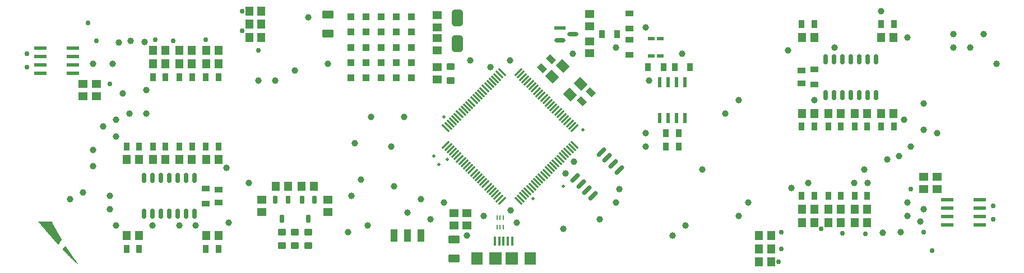
<source format=gtp>
G04*
G04 #@! TF.GenerationSoftware,Altium Limited,Altium Designer,24.2.2 (26)*
G04*
G04 Layer_Color=8421504*
%FSLAX44Y44*%
%MOMM*%
G71*
G04*
G04 #@! TF.SameCoordinates,A862A385-CF78-4CD3-9DD8-6C5939F40788*
G04*
G04*
G04 #@! TF.FilePolarity,Positive*
G04*
G01*
G75*
%ADD17C,0.5000*%
%ADD18C,1.0000*%
%ADD19C,0.7500*%
%ADD20R,1.1500X1.3500*%
G04:AMPARAMS|DCode=21|XSize=1.7mm|YSize=2.5mm|CornerRadius=0.425mm|HoleSize=0mm|Usage=FLASHONLY|Rotation=180.000|XOffset=0mm|YOffset=0mm|HoleType=Round|Shape=RoundedRectangle|*
%AMROUNDEDRECTD21*
21,1,1.7000,1.6500,0,0,180.0*
21,1,0.8500,2.5000,0,0,180.0*
1,1,0.8500,-0.4250,0.8250*
1,1,0.8500,0.4250,0.8250*
1,1,0.8500,0.4250,-0.8250*
1,1,0.8500,-0.4250,-0.8250*
%
%ADD21ROUNDEDRECTD21*%
%ADD22R,1.3500X1.1500*%
G04:AMPARAMS|DCode=23|XSize=0.75mm|YSize=0.25mm|CornerRadius=0.01mm|HoleSize=0mm|Usage=FLASHONLY|Rotation=90.000|XOffset=0mm|YOffset=0mm|HoleType=Round|Shape=RoundedRectangle|*
%AMROUNDEDRECTD23*
21,1,0.7500,0.2300,0,0,90.0*
21,1,0.7300,0.2500,0,0,90.0*
1,1,0.0200,0.1150,0.3650*
1,1,0.0200,0.1150,-0.3650*
1,1,0.0200,-0.1150,-0.3650*
1,1,0.0200,-0.1150,0.3650*
%
%ADD23ROUNDEDRECTD23*%
G04:AMPARAMS|DCode=24|XSize=1.6mm|YSize=1.4mm|CornerRadius=0mm|HoleSize=0mm|Usage=FLASHONLY|Rotation=315.000|XOffset=0mm|YOffset=0mm|HoleType=Round|Shape=Rectangle|*
%AMROTATEDRECTD24*
4,1,4,-1.0607,0.0707,-0.0707,1.0607,1.0607,-0.0707,0.0707,-1.0607,-1.0607,0.0707,0.0*
%
%ADD24ROTATEDRECTD24*%

%ADD25R,0.4000X1.3500*%
%ADD26R,1.8000X1.9000*%
%ADD27R,1.9000X1.9000*%
%ADD28R,1.9812X0.5588*%
G04:AMPARAMS|DCode=29|XSize=0.6mm|YSize=1.45mm|CornerRadius=0.15mm|HoleSize=0mm|Usage=FLASHONLY|Rotation=180.000|XOffset=0mm|YOffset=0mm|HoleType=Round|Shape=RoundedRectangle|*
%AMROUNDEDRECTD29*
21,1,0.6000,1.1500,0,0,180.0*
21,1,0.3000,1.4500,0,0,180.0*
1,1,0.3000,-0.1500,0.5750*
1,1,0.3000,0.1500,0.5750*
1,1,0.3000,0.1500,-0.5750*
1,1,0.3000,-0.1500,-0.5750*
%
%ADD29ROUNDEDRECTD29*%
%ADD30R,0.6000X1.5500*%
G04:AMPARAMS|DCode=31|XSize=0.65mm|YSize=1.7mm|CornerRadius=0.1625mm|HoleSize=0mm|Usage=FLASHONLY|Rotation=315.000|XOffset=0mm|YOffset=0mm|HoleType=Round|Shape=RoundedRectangle|*
%AMROUNDEDRECTD31*
21,1,0.6500,1.3750,0,0,315.0*
21,1,0.3250,1.7000,0,0,315.0*
1,1,0.3250,-0.3712,-0.6010*
1,1,0.3250,-0.6010,-0.3712*
1,1,0.3250,0.3712,0.6010*
1,1,0.3250,0.6010,0.3712*
%
%ADD31ROUNDEDRECTD31*%
G04:AMPARAMS|DCode=32|XSize=1.475mm|YSize=0.3mm|CornerRadius=0mm|HoleSize=0mm|Usage=FLASHONLY|Rotation=315.000|XOffset=0mm|YOffset=0mm|HoleType=Round|Shape=Rectangle|*
%AMROTATEDRECTD32*
4,1,4,-0.6276,0.4154,-0.4154,0.6276,0.6276,-0.4154,0.4154,-0.6276,-0.6276,0.4154,0.0*
%
%ADD32ROTATEDRECTD32*%

G04:AMPARAMS|DCode=33|XSize=1.475mm|YSize=0.3mm|CornerRadius=0mm|HoleSize=0mm|Usage=FLASHONLY|Rotation=225.000|XOffset=0mm|YOffset=0mm|HoleType=Round|Shape=Rectangle|*
%AMROTATEDRECTD33*
4,1,4,0.4154,0.6276,0.6276,0.4154,-0.4154,-0.6276,-0.6276,-0.4154,0.4154,0.6276,0.0*
%
%ADD33ROTATEDRECTD33*%

%ADD34O,1.7000X0.6000*%
%ADD35R,1.7000X0.6000*%
G04:AMPARAMS|DCode=36|XSize=0.65mm|YSize=1.25mm|CornerRadius=0.1625mm|HoleSize=0mm|Usage=FLASHONLY|Rotation=0.000|XOffset=0mm|YOffset=0mm|HoleType=Round|Shape=RoundedRectangle|*
%AMROUNDEDRECTD36*
21,1,0.6500,0.9250,0,0,0.0*
21,1,0.3250,1.2500,0,0,0.0*
1,1,0.3250,0.1625,-0.4625*
1,1,0.3250,-0.1625,-0.4625*
1,1,0.3250,-0.1625,0.4625*
1,1,0.3250,0.1625,0.4625*
%
%ADD36ROUNDEDRECTD36*%
%ADD37R,1.1000X0.6000*%
G04:AMPARAMS|DCode=38|XSize=1.75mm|YSize=1.25mm|CornerRadius=0.3125mm|HoleSize=0mm|Usage=FLASHONLY|Rotation=180.000|XOffset=0mm|YOffset=0mm|HoleType=Round|Shape=RoundedRectangle|*
%AMROUNDEDRECTD38*
21,1,1.7500,0.6250,0,0,180.0*
21,1,1.1250,1.2500,0,0,180.0*
1,1,0.6250,-0.5625,0.3125*
1,1,0.6250,0.5625,0.3125*
1,1,0.6250,0.5625,-0.3125*
1,1,0.6250,-0.5625,-0.3125*
%
%ADD38ROUNDEDRECTD38*%
%ADD39R,1.0000X1.9000*%
%ADD40R,1.1000X1.1000*%
G04:AMPARAMS|DCode=41|XSize=1.2mm|YSize=1.1mm|CornerRadius=0.275mm|HoleSize=0mm|Usage=FLASHONLY|Rotation=0.000|XOffset=0mm|YOffset=0mm|HoleType=Round|Shape=RoundedRectangle|*
%AMROUNDEDRECTD41*
21,1,1.2000,0.5500,0,0,0.0*
21,1,0.6500,1.1000,0,0,0.0*
1,1,0.5500,0.3250,-0.2750*
1,1,0.5500,-0.3250,-0.2750*
1,1,0.5500,-0.3250,0.2750*
1,1,0.5500,0.3250,0.2750*
%
%ADD41ROUNDEDRECTD41*%
%ADD42R,0.9000X1.3000*%
%ADD43R,1.3000X0.9000*%
G04:AMPARAMS|DCode=44|XSize=0.9mm|YSize=1.3mm|CornerRadius=0mm|HoleSize=0mm|Usage=FLASHONLY|Rotation=225.000|XOffset=0mm|YOffset=0mm|HoleType=Round|Shape=Rectangle|*
%AMROTATEDRECTD44*
4,1,4,-0.1414,0.7778,0.7778,-0.1414,0.1414,-0.7778,-0.7778,0.1414,-0.1414,0.7778,0.0*
%
%ADD44ROTATEDRECTD44*%

G36*
X78763Y134031D02*
X78996D01*
Y133798D01*
X79230D01*
Y133565D01*
X78996D01*
Y133331D01*
X79230D01*
Y133098D01*
X79463D01*
Y132865D01*
X79696D01*
Y132631D01*
X79930D01*
Y132398D01*
X80163D01*
Y132164D01*
X79930D01*
Y132398D01*
X79696D01*
Y132164D01*
X79930D01*
Y131931D01*
X80163D01*
Y131698D01*
X80397D01*
Y131464D01*
X80630D01*
Y131231D01*
X80397D01*
Y130997D01*
X80863D01*
Y130764D01*
Y130531D01*
X81097D01*
Y130297D01*
X81330D01*
Y130064D01*
X81563D01*
Y129831D01*
X81330D01*
Y129597D01*
X81563D01*
Y129364D01*
X81797D01*
Y129131D01*
X82030D01*
Y128897D01*
X82264D01*
Y128664D01*
X82497D01*
Y128430D01*
X82264D01*
Y128197D01*
X82497D01*
Y127964D01*
X82730D01*
Y127730D01*
X82964D01*
Y127497D01*
X83197D01*
Y127264D01*
X83430D01*
Y127030D01*
X83197D01*
Y126797D01*
X83430D01*
Y126563D01*
X83664D01*
Y126330D01*
X83897D01*
Y126097D01*
X84131D01*
Y125863D01*
X84364D01*
Y125630D01*
X84131D01*
Y125396D01*
X84364D01*
Y125163D01*
X84597D01*
Y124930D01*
X84831D01*
Y124696D01*
X85064D01*
Y124463D01*
X85297D01*
Y124230D01*
X85064D01*
Y123996D01*
X85297D01*
Y123763D01*
X85531D01*
Y123530D01*
X85764D01*
Y123296D01*
X85997D01*
Y123063D01*
X86231D01*
Y122829D01*
X85997D01*
Y122596D01*
X86464D01*
Y122363D01*
Y122129D01*
X86698D01*
Y121896D01*
X86931D01*
Y121663D01*
X87164D01*
Y121429D01*
Y121196D01*
Y120962D01*
X87398D01*
Y120729D01*
X87631D01*
Y120496D01*
X87865D01*
Y120262D01*
X88098D01*
Y120029D01*
X87865D01*
Y119796D01*
X88565D01*
Y119562D01*
X88331D01*
Y119329D01*
X88565D01*
Y119095D01*
X88798D01*
Y118862D01*
X89031D01*
Y118629D01*
X89265D01*
Y118395D01*
X89498D01*
Y118162D01*
X89265D01*
Y117929D01*
X89498D01*
Y117695D01*
X89732D01*
Y117462D01*
X89965D01*
Y117228D01*
X90198D01*
Y116995D01*
X90432D01*
Y116762D01*
X90665D01*
Y116528D01*
X90898D01*
Y116295D01*
X90665D01*
Y116062D01*
X90898D01*
Y115828D01*
X91132D01*
Y115595D01*
X91365D01*
Y115361D01*
X91599D01*
Y115128D01*
X91832D01*
Y114895D01*
X92065D01*
Y114661D01*
X92299D01*
Y114428D01*
X92065D01*
Y114661D01*
X91832D01*
Y114428D01*
X92065D01*
Y114195D01*
X92299D01*
Y113961D01*
X92532D01*
Y113728D01*
X92765D01*
Y113495D01*
X92999D01*
Y113261D01*
X93232D01*
Y113028D01*
X92999D01*
Y112794D01*
X93465D01*
Y112561D01*
Y112328D01*
X93699D01*
Y112094D01*
X93932D01*
Y111861D01*
X94166D01*
Y111628D01*
X94399D01*
Y111394D01*
X94632D01*
Y111161D01*
X94399D01*
Y110927D01*
X94632D01*
Y110694D01*
X94866D01*
Y110461D01*
X95099D01*
Y110227D01*
X95332D01*
Y109994D01*
X95566D01*
Y109761D01*
X95332D01*
Y109527D01*
X96033D01*
Y109294D01*
X95799D01*
Y109060D01*
X96033D01*
Y108827D01*
X96266D01*
Y108594D01*
X96499D01*
Y108360D01*
X96733D01*
Y108127D01*
X96966D01*
Y107893D01*
X96733D01*
Y108127D01*
X96499D01*
Y107893D01*
X96733D01*
Y107660D01*
X96966D01*
Y107427D01*
X96733D01*
Y107193D01*
X96966D01*
Y106960D01*
X96733D01*
Y107193D01*
X96499D01*
Y106960D01*
X96266D01*
Y107193D01*
X96033D01*
Y107427D01*
X95332D01*
Y107660D01*
X95566D01*
Y107893D01*
X94866D01*
Y108127D01*
X94632D01*
Y108360D01*
X94399D01*
Y108594D01*
X94166D01*
Y108827D01*
X93932D01*
Y109060D01*
X93699D01*
Y109294D01*
X93465D01*
Y109527D01*
X93232D01*
Y109761D01*
X92999D01*
Y109994D01*
X92765D01*
Y110227D01*
X92532D01*
Y110461D01*
X92299D01*
Y110694D01*
X92065D01*
Y110927D01*
X91832D01*
Y111161D01*
X91599D01*
Y111394D01*
X91365D01*
Y111628D01*
X91132D01*
Y111861D01*
X90898D01*
Y112094D01*
X90198D01*
Y112328D01*
X90432D01*
Y112561D01*
X89732D01*
Y112794D01*
X89498D01*
Y113028D01*
X89265D01*
Y113261D01*
X89498D01*
Y113495D01*
X88798D01*
Y113728D01*
X88565D01*
Y113961D01*
X88331D01*
Y114195D01*
X88098D01*
Y114428D01*
X87865D01*
Y114661D01*
X87631D01*
Y114895D01*
X87398D01*
Y115128D01*
X87164D01*
Y115361D01*
X86931D01*
Y115595D01*
X86698D01*
Y115828D01*
X86464D01*
Y116062D01*
X86231D01*
Y116295D01*
X85997D01*
Y116528D01*
X85764D01*
Y116762D01*
X85531D01*
Y116995D01*
X85297D01*
Y117228D01*
X85064D01*
Y117462D01*
X84831D01*
Y117695D01*
X84597D01*
Y117929D01*
X84364D01*
Y118162D01*
X84131D01*
Y118395D01*
X83897D01*
Y118629D01*
X83664D01*
Y118862D01*
X83430D01*
Y119095D01*
X83197D01*
Y119329D01*
X82964D01*
Y119562D01*
X82730D01*
Y119796D01*
X82497D01*
Y120029D01*
X82264D01*
Y120262D01*
X82030D01*
Y120496D01*
X81797D01*
Y120729D01*
Y120962D01*
X81330D01*
Y121196D01*
X81097D01*
Y121429D01*
X80863D01*
Y121663D01*
X81097D01*
Y121896D01*
X80397D01*
Y122129D01*
X80163D01*
Y122363D01*
X79930D01*
Y122596D01*
X80163D01*
Y122829D01*
X79463D01*
Y123063D01*
X79696D01*
Y123296D01*
X78996D01*
Y123530D01*
X79230D01*
Y123763D01*
X78530D01*
Y123996D01*
X78763D01*
Y124230D01*
X78063D01*
Y124463D01*
X78296D01*
Y124696D01*
X78063D01*
Y124930D01*
X77829D01*
Y125163D01*
X77596D01*
Y125396D01*
X77363D01*
Y125630D01*
X77129D01*
Y125863D01*
X76896D01*
Y126097D01*
X76663D01*
Y126330D01*
X76429D01*
Y126563D01*
X76196D01*
Y126797D01*
X75963D01*
Y127030D01*
X75729D01*
Y127264D01*
X75496D01*
Y127497D01*
X75262D01*
Y127730D01*
X75029D01*
Y127964D01*
X74796D01*
Y128197D01*
X74562D01*
Y128430D01*
X74329D01*
Y128664D01*
X74096D01*
Y128897D01*
X73862D01*
Y129131D01*
X74096D01*
Y129364D01*
X73862D01*
Y129597D01*
X74096D01*
Y129831D01*
X74329D01*
Y130064D01*
X74562D01*
Y130297D01*
X74796D01*
Y130064D01*
X75029D01*
Y130297D01*
X74796D01*
Y130531D01*
X75029D01*
Y130764D01*
X75262D01*
Y130997D01*
X75496D01*
Y131231D01*
X75729D01*
Y131464D01*
X75963D01*
Y131698D01*
X75729D01*
Y131931D01*
X75963D01*
Y131698D01*
X76196D01*
Y131931D01*
X76429D01*
Y132164D01*
X76663D01*
Y132398D01*
X76896D01*
Y132631D01*
X76663D01*
Y132865D01*
X76896D01*
Y132631D01*
X77129D01*
Y132865D01*
X77363D01*
Y133098D01*
X77596D01*
Y133331D01*
X77829D01*
Y133565D01*
X77596D01*
Y133798D01*
X77829D01*
Y133565D01*
X78063D01*
Y133798D01*
X78296D01*
Y134031D01*
X78530D01*
Y133798D01*
X78763D01*
Y134031D01*
X78530D01*
Y134265D01*
X78763D01*
Y134031D01*
D02*
G37*
G36*
X51225Y171371D02*
X51458D01*
Y171138D01*
X51691D01*
Y171371D01*
X51925D01*
Y171138D01*
X52158D01*
Y171371D01*
X52392D01*
Y171138D01*
X52625D01*
Y171371D01*
X52858D01*
Y171138D01*
X53092D01*
Y171371D01*
X53325D01*
Y171138D01*
X53559D01*
Y171371D01*
X53792D01*
Y171138D01*
X54025D01*
Y171371D01*
X54259D01*
Y171138D01*
X54492D01*
Y171371D01*
X54725D01*
Y171138D01*
X54959D01*
Y171371D01*
X55192D01*
Y171138D01*
X55426D01*
Y171371D01*
X55659D01*
Y171138D01*
X55892D01*
Y171371D01*
X56126D01*
Y171138D01*
X56359D01*
Y171371D01*
X56592D01*
Y171138D01*
X56826D01*
Y171371D01*
X57059D01*
Y171138D01*
X57759D01*
Y170905D01*
X57993D01*
Y170671D01*
X58226D01*
Y170438D01*
X57993D01*
Y170204D01*
X58226D01*
Y169971D01*
X58459D01*
Y169738D01*
X58693D01*
Y169504D01*
X58459D01*
Y169271D01*
X58693D01*
Y169037D01*
X58926D01*
Y168804D01*
X59159D01*
Y168571D01*
X58926D01*
Y168337D01*
X59159D01*
Y168104D01*
X59393D01*
Y167871D01*
X59626D01*
Y167637D01*
X59393D01*
Y167404D01*
X59626D01*
Y167171D01*
X59860D01*
Y166937D01*
X60093D01*
Y166704D01*
X59860D01*
Y166470D01*
X60326D01*
Y166237D01*
Y166004D01*
X60560D01*
Y165770D01*
X60793D01*
Y165537D01*
X61027D01*
Y165304D01*
X60793D01*
Y165070D01*
X61027D01*
Y164837D01*
X61260D01*
Y164603D01*
X61493D01*
Y164370D01*
X61260D01*
Y164137D01*
X61493D01*
Y163903D01*
X61727D01*
Y163670D01*
X61960D01*
Y163437D01*
X61727D01*
Y163203D01*
X61960D01*
Y162970D01*
X62193D01*
Y162736D01*
X62427D01*
Y162503D01*
X62193D01*
Y162270D01*
X62427D01*
Y162036D01*
X62660D01*
Y161803D01*
X62894D01*
Y161570D01*
X63127D01*
Y161336D01*
X63360D01*
Y161103D01*
X63127D01*
Y161336D01*
X62894D01*
Y161570D01*
X62660D01*
Y161336D01*
X62894D01*
Y161103D01*
X63127D01*
Y160870D01*
X63360D01*
Y160636D01*
X63127D01*
Y160403D01*
X63594D01*
Y160169D01*
Y159936D01*
X63827D01*
Y159703D01*
X64060D01*
Y159469D01*
X64294D01*
Y159236D01*
X64060D01*
Y159002D01*
X64294D01*
Y158769D01*
X64527D01*
Y158536D01*
X64760D01*
Y158302D01*
X64527D01*
Y158069D01*
X64760D01*
Y157836D01*
X64994D01*
Y157602D01*
X65227D01*
Y157369D01*
X64994D01*
Y157135D01*
X65227D01*
Y156902D01*
X65461D01*
Y156669D01*
X65694D01*
Y156435D01*
X65461D01*
Y156202D01*
X66161D01*
Y155969D01*
X65927D01*
Y155735D01*
X66161D01*
Y155502D01*
X66394D01*
Y155268D01*
X66627D01*
Y155035D01*
X66394D01*
Y154802D01*
X66627D01*
Y154568D01*
X66861D01*
Y154335D01*
X67094D01*
Y154102D01*
X66861D01*
Y153868D01*
X67094D01*
Y153635D01*
X67328D01*
Y153401D01*
X67561D01*
Y153168D01*
X67794D01*
Y152935D01*
X68028D01*
Y152701D01*
X67794D01*
Y152935D01*
X67561D01*
Y152701D01*
X67794D01*
Y152468D01*
X68028D01*
Y152235D01*
X68261D01*
Y152001D01*
X68495D01*
Y151768D01*
X68261D01*
Y151535D01*
X68495D01*
Y151301D01*
X68728D01*
Y151068D01*
X68961D01*
Y150834D01*
X68728D01*
Y150601D01*
X68961D01*
Y150368D01*
X69195D01*
Y150134D01*
X69428D01*
Y149901D01*
X69195D01*
Y149668D01*
X69661D01*
Y149434D01*
Y149201D01*
X69895D01*
Y148967D01*
X70128D01*
Y148734D01*
X70361D01*
Y148501D01*
X70128D01*
Y148267D01*
X70361D01*
Y148034D01*
X70595D01*
Y147801D01*
X70828D01*
Y147567D01*
X70595D01*
Y147334D01*
X70828D01*
Y147100D01*
X71062D01*
Y146867D01*
X71295D01*
Y146634D01*
X71528D01*
Y146400D01*
X71762D01*
Y146167D01*
X71528D01*
Y146400D01*
X71295D01*
Y146167D01*
X71528D01*
Y145934D01*
X71762D01*
Y145700D01*
X71995D01*
Y145467D01*
X72228D01*
Y145233D01*
X71995D01*
Y145000D01*
X72228D01*
Y144767D01*
X72462D01*
Y144533D01*
X72695D01*
Y144300D01*
X72462D01*
Y144066D01*
X72695D01*
Y143833D01*
X72462D01*
Y143600D01*
X72695D01*
Y143366D01*
X72462D01*
Y143600D01*
X72228D01*
Y143366D01*
X71995D01*
Y143133D01*
X72228D01*
Y142900D01*
X71995D01*
Y142666D01*
X71762D01*
Y142433D01*
X71528D01*
Y142199D01*
X71762D01*
Y141966D01*
X71528D01*
Y141733D01*
X71295D01*
Y141499D01*
X71062D01*
Y141266D01*
X70828D01*
Y141033D01*
X70595D01*
Y140799D01*
X70828D01*
Y140566D01*
X70128D01*
Y140332D01*
X70361D01*
Y140099D01*
X70128D01*
Y139866D01*
X69895D01*
Y139632D01*
X69661D01*
Y139399D01*
X69895D01*
Y139166D01*
X69661D01*
Y138932D01*
X69428D01*
Y138699D01*
X69195D01*
Y138465D01*
X69428D01*
Y138232D01*
X69195D01*
Y138465D01*
X68961D01*
Y138232D01*
X68728D01*
Y137999D01*
X68961D01*
Y137765D01*
X68261D01*
Y137532D01*
X68495D01*
Y137299D01*
X68261D01*
Y137065D01*
X68028D01*
Y136832D01*
X67794D01*
Y136599D01*
X67561D01*
Y136365D01*
X67328D01*
Y136132D01*
X67094D01*
Y136365D01*
X66861D01*
Y136599D01*
X66627D01*
Y136832D01*
X66394D01*
Y137065D01*
X66161D01*
Y137299D01*
X65927D01*
Y137532D01*
X66161D01*
Y137765D01*
X65927D01*
Y137999D01*
X65694D01*
Y138232D01*
X65461D01*
Y138465D01*
X65227D01*
Y138699D01*
X64994D01*
Y138932D01*
X64760D01*
Y139166D01*
X64527D01*
Y139399D01*
X64294D01*
Y139632D01*
X64060D01*
Y139866D01*
X63827D01*
Y140099D01*
X63594D01*
Y140332D01*
X63360D01*
Y140566D01*
X63127D01*
Y140799D01*
X62894D01*
Y141033D01*
X62660D01*
Y141266D01*
X62894D01*
Y141499D01*
X62193D01*
Y141733D01*
X62427D01*
Y141966D01*
X61727D01*
Y142199D01*
X61960D01*
Y142433D01*
X61727D01*
Y142666D01*
X61493D01*
Y142900D01*
X61260D01*
Y143133D01*
X61027D01*
Y143366D01*
X60793D01*
Y143600D01*
X60560D01*
Y143833D01*
X60326D01*
Y144066D01*
X60560D01*
Y144300D01*
X60326D01*
Y144533D01*
X60093D01*
Y144767D01*
X59860D01*
Y145000D01*
X59626D01*
Y145233D01*
X59393D01*
Y145467D01*
X59159D01*
Y145700D01*
X58926D01*
Y145934D01*
X58693D01*
Y146167D01*
X58459D01*
Y146400D01*
X58226D01*
Y146634D01*
X57993D01*
Y146867D01*
X57759D01*
Y147100D01*
X57526D01*
Y147334D01*
X57292D01*
Y147567D01*
X57059D01*
Y147801D01*
X57292D01*
Y148034D01*
X56592D01*
Y148267D01*
X56826D01*
Y148501D01*
X56126D01*
Y148734D01*
X56359D01*
Y148967D01*
X56126D01*
Y149201D01*
X55892D01*
Y149434D01*
X55659D01*
Y149668D01*
X55426D01*
Y149901D01*
X55192D01*
Y150134D01*
X54959D01*
Y150368D01*
X54725D01*
Y150601D01*
X54492D01*
Y150834D01*
X54259D01*
Y151068D01*
Y151301D01*
X53792D01*
Y151535D01*
X54025D01*
Y151768D01*
X53792D01*
Y152001D01*
X53559D01*
Y152235D01*
X53325D01*
Y152468D01*
X53092D01*
Y152701D01*
X52858D01*
Y152935D01*
X52625D01*
Y153168D01*
X52392D01*
Y153401D01*
X52158D01*
Y153635D01*
X51925D01*
Y153868D01*
X51691D01*
Y154102D01*
X51458D01*
Y154335D01*
X51225D01*
Y154568D01*
X50991D01*
Y154802D01*
X50758D01*
Y155035D01*
X50525D01*
Y155268D01*
X50758D01*
Y155502D01*
X50058D01*
Y155735D01*
X50291D01*
Y155969D01*
X49591D01*
Y156202D01*
X49825D01*
Y156435D01*
X49591D01*
Y156669D01*
X49358D01*
Y156902D01*
X49124D01*
Y157135D01*
X48891D01*
Y157369D01*
X48658D01*
Y157602D01*
X48424D01*
Y157836D01*
X48191D01*
Y158069D01*
X47958D01*
Y158302D01*
X47724D01*
Y158536D01*
X47491D01*
Y158769D01*
X47257D01*
Y159002D01*
X47491D01*
Y159236D01*
X47257D01*
Y159469D01*
X47024D01*
Y159703D01*
X46791D01*
Y159936D01*
X46557D01*
Y160169D01*
X46324D01*
Y160403D01*
X46090D01*
Y160636D01*
X45857D01*
Y160870D01*
X45624D01*
Y161103D01*
X45390D01*
Y161336D01*
X45157D01*
Y161570D01*
X44924D01*
Y161803D01*
X44690D01*
Y162036D01*
X44457D01*
Y162270D01*
X44224D01*
Y162503D01*
X43990D01*
Y162736D01*
X43757D01*
Y162970D01*
X43523D01*
Y163203D01*
X43757D01*
Y163437D01*
X43057D01*
Y163670D01*
X43290D01*
Y163903D01*
X43057D01*
Y164137D01*
X42823D01*
Y164370D01*
X42590D01*
Y164603D01*
X42357D01*
Y164837D01*
X42123D01*
Y165070D01*
X41890D01*
Y165304D01*
X41656D01*
Y165537D01*
Y165770D01*
X41190D01*
Y166004D01*
X41423D01*
Y166237D01*
X40723D01*
Y166470D01*
X40956D01*
Y166704D01*
X40723D01*
Y166937D01*
X40490D01*
Y167171D01*
X40256D01*
Y167404D01*
X40023D01*
Y167637D01*
X39790D01*
Y167871D01*
X39556D01*
Y168104D01*
X39323D01*
Y168337D01*
X39089D01*
Y168571D01*
X38856D01*
Y168804D01*
X38623D01*
Y169037D01*
X38389D01*
Y169271D01*
X38156D01*
Y169504D01*
X37922D01*
Y169738D01*
X37689D01*
Y169971D01*
X37456D01*
Y170204D01*
X37689D01*
Y170438D01*
X36989D01*
Y170671D01*
X37222D01*
Y170905D01*
X36989D01*
Y171138D01*
X36756D01*
Y171371D01*
X36989D01*
Y171605D01*
X37689D01*
Y171371D01*
X37922D01*
Y171605D01*
X38623D01*
Y171371D01*
X38856D01*
Y171605D01*
X39556D01*
Y171371D01*
X39790D01*
Y171605D01*
X40023D01*
Y171371D01*
X40256D01*
Y171138D01*
X40490D01*
Y171371D01*
X40256D01*
Y171605D01*
X40490D01*
Y171371D01*
X40723D01*
Y171605D01*
X40956D01*
Y171371D01*
X41190D01*
Y171138D01*
X41423D01*
Y171371D01*
X41190D01*
Y171605D01*
X41423D01*
Y171371D01*
X41656D01*
Y171605D01*
X41890D01*
Y171371D01*
X42123D01*
Y171138D01*
X42357D01*
Y171371D01*
X42123D01*
Y171605D01*
X42357D01*
Y171371D01*
X42590D01*
Y171605D01*
X42823D01*
Y171371D01*
X43057D01*
Y171138D01*
X43290D01*
Y171371D01*
X43057D01*
Y171605D01*
X43290D01*
Y171371D01*
X43523D01*
Y171605D01*
X43757D01*
Y171371D01*
X43990D01*
Y171138D01*
X44224D01*
Y171371D01*
X43990D01*
Y171605D01*
X44224D01*
Y171371D01*
X44457D01*
Y171605D01*
X44690D01*
Y171371D01*
X44924D01*
Y171138D01*
X45157D01*
Y171371D01*
X44924D01*
Y171605D01*
X45157D01*
Y171371D01*
X45390D01*
Y171605D01*
X45624D01*
Y171371D01*
X45857D01*
Y171138D01*
X46090D01*
Y171371D01*
X45857D01*
Y171605D01*
X46090D01*
Y171371D01*
X46324D01*
Y171138D01*
X46557D01*
Y171371D01*
X46324D01*
Y171605D01*
X46557D01*
Y171371D01*
X46791D01*
Y171138D01*
X47024D01*
Y171371D01*
X46791D01*
Y171605D01*
X47024D01*
Y171371D01*
X47257D01*
Y171138D01*
X47491D01*
Y171371D01*
X47257D01*
Y171605D01*
X47491D01*
Y171371D01*
X47724D01*
Y171138D01*
X47958D01*
Y171371D01*
X47724D01*
Y171605D01*
X47958D01*
Y171371D01*
X48191D01*
Y171138D01*
X48424D01*
Y171371D01*
X48191D01*
Y171605D01*
X48424D01*
Y171371D01*
X48658D01*
Y171138D01*
X48891D01*
Y171371D01*
X48658D01*
Y171605D01*
X48891D01*
Y171371D01*
X49124D01*
Y171138D01*
X49358D01*
Y171371D01*
X49124D01*
Y171605D01*
X49358D01*
Y171371D01*
X49591D01*
Y171138D01*
X49825D01*
Y171371D01*
X49591D01*
Y171605D01*
X49825D01*
Y171371D01*
X50058D01*
Y171138D01*
X50291D01*
Y171371D01*
X50058D01*
Y171605D01*
X50291D01*
Y171371D01*
X50525D01*
Y171138D01*
X50758D01*
Y171371D01*
X50991D01*
Y171138D01*
X51225D01*
Y171371D01*
X50991D01*
Y171605D01*
X51225D01*
Y171371D01*
D02*
G37*
%LPC*%
G36*
X85764Y123296D02*
X85531D01*
Y123063D01*
X85764D01*
Y123296D01*
D02*
G37*
G36*
X90432Y116762D02*
X90198D01*
Y116528D01*
X90432D01*
Y116762D01*
D02*
G37*
G36*
X92765Y113495D02*
X92532D01*
Y113261D01*
X92765D01*
Y113495D01*
D02*
G37*
G36*
X95099Y110227D02*
X94866D01*
Y109994D01*
X95099D01*
Y110227D01*
D02*
G37*
G36*
X94632Y108827D02*
X94399D01*
Y108594D01*
X94632D01*
Y108827D01*
D02*
G37*
G36*
X95099Y108360D02*
X94866D01*
Y108127D01*
X95099D01*
Y108360D01*
D02*
G37*
G36*
X39556Y171371D02*
X39323D01*
Y171138D01*
X39556D01*
Y171371D01*
D02*
G37*
G36*
X38623D02*
X38389D01*
Y171138D01*
X38623D01*
Y171371D01*
D02*
G37*
G36*
X38156Y169971D02*
X37922D01*
Y169738D01*
X38156D01*
Y169971D01*
D02*
G37*
G36*
X38623Y169504D02*
X38389D01*
Y169271D01*
X38623D01*
Y169504D01*
D02*
G37*
G36*
X61027Y164837D02*
X60793D01*
Y164603D01*
X61027D01*
Y164837D01*
D02*
G37*
G36*
X61960Y162970D02*
X61727D01*
Y162736D01*
X61960D01*
Y162970D01*
D02*
G37*
G36*
X44224D02*
X43990D01*
Y162736D01*
X44224D01*
Y162970D01*
D02*
G37*
G36*
X44690Y162503D02*
X44457D01*
Y162270D01*
X44690D01*
Y162503D01*
D02*
G37*
G36*
X45157Y162036D02*
X44924D01*
Y161803D01*
X45157D01*
Y162036D01*
D02*
G37*
G36*
X51225Y155035D02*
X50991D01*
Y154802D01*
X51225D01*
Y155035D01*
D02*
G37*
G36*
X66627Y154568D02*
X66394D01*
Y154335D01*
X66627D01*
Y154568D01*
D02*
G37*
G36*
X51691D02*
X51458D01*
Y154335D01*
X51691D01*
Y154568D01*
D02*
G37*
G36*
X57759Y147567D02*
X57526D01*
Y147334D01*
X57759D01*
Y147567D01*
D02*
G37*
G36*
X58226Y147100D02*
X57993D01*
Y146867D01*
X58226D01*
Y147100D01*
D02*
G37*
G36*
X63360Y141033D02*
X63127D01*
Y140799D01*
X63360D01*
Y141033D01*
D02*
G37*
G36*
X63827Y140566D02*
X63594D01*
Y140332D01*
X63827D01*
Y140566D01*
D02*
G37*
G36*
X64294Y140099D02*
X64060D01*
Y139866D01*
X64294D01*
Y140099D01*
D02*
G37*
G36*
X64760Y139632D02*
X64527D01*
Y139399D01*
X64760D01*
Y139632D01*
D02*
G37*
%LPD*%
D17*
X860000Y310000D02*
D03*
X830000Y225000D02*
D03*
X784711Y205737D02*
D03*
X650000Y330000D02*
D03*
X642275Y257547D02*
D03*
X655000Y265000D02*
D03*
X635000Y270000D02*
D03*
D18*
X1015000Y165000D02*
D03*
X615000Y205000D02*
D03*
X505000Y155000D02*
D03*
X1095000Y355000D02*
D03*
X690000Y415000D02*
D03*
X570000Y285000D02*
D03*
X510000Y210000D02*
D03*
X355000Y230000D02*
D03*
X1240000Y435000D02*
D03*
X250000Y165000D02*
D03*
X475000Y410000D02*
D03*
X1075000Y335000D02*
D03*
X1285000Y250000D02*
D03*
X535000Y165000D02*
D03*
X515000Y290000D02*
D03*
X200000Y335000D02*
D03*
X1485000Y410000D02*
D03*
X275000Y165000D02*
D03*
X595000Y185000D02*
D03*
X915000Y220000D02*
D03*
X1345000Y325000D02*
D03*
X425000Y400000D02*
D03*
X1095000Y180000D02*
D03*
X200000Y370000D02*
D03*
X158785Y441913D02*
D03*
X120000Y410000D02*
D03*
X370000Y385000D02*
D03*
X1375000Y190000D02*
D03*
X1270000Y230000D02*
D03*
X1200000D02*
D03*
X1174773Y222342D02*
D03*
X1290000Y230000D02*
D03*
X575000Y225000D02*
D03*
X995000Y150000D02*
D03*
X165000Y365000D02*
D03*
X176300Y444439D02*
D03*
X1350000Y200000D02*
D03*
X1312845Y154292D02*
D03*
X1370000Y171241D02*
D03*
X150000Y410000D02*
D03*
X1110000Y200000D02*
D03*
X395000Y385000D02*
D03*
X197758Y442696D02*
D03*
X1350000Y180000D02*
D03*
X1340000Y155000D02*
D03*
X325000Y170000D02*
D03*
X321605Y252937D02*
D03*
X525000Y235000D02*
D03*
X1040000Y250000D02*
D03*
X1210000Y355000D02*
D03*
X1170000Y430000D02*
D03*
X885000Y175000D02*
D03*
X955000Y285000D02*
D03*
X910000Y200000D02*
D03*
X710000Y180000D02*
D03*
X760000Y169785D02*
D03*
X650000Y200000D02*
D03*
X846054Y261959D02*
D03*
X955000Y305000D02*
D03*
X833610Y244008D02*
D03*
X830000Y160000D02*
D03*
X720000Y405000D02*
D03*
X85000Y205000D02*
D03*
X105000Y215000D02*
D03*
X155000Y325000D02*
D03*
X120000Y255000D02*
D03*
Y280000D02*
D03*
X135000Y315000D02*
D03*
X175000Y335000D02*
D03*
X210000Y165000D02*
D03*
X145000Y190000D02*
D03*
Y210000D02*
D03*
X155000Y300000D02*
D03*
Y165000D02*
D03*
X1337386Y270641D02*
D03*
X1320000Y265000D02*
D03*
X1355000Y285000D02*
D03*
X1395000Y305000D02*
D03*
X1350000Y450000D02*
D03*
X1375000Y310000D02*
D03*
Y350000D02*
D03*
X1420000Y455000D02*
D03*
X1445000Y435000D02*
D03*
X1420000D02*
D03*
X1310000Y490000D02*
D03*
X445000Y480000D02*
D03*
X750000Y415000D02*
D03*
X845000Y425000D02*
D03*
X910000Y435000D02*
D03*
X960000Y385000D02*
D03*
X955000Y465000D02*
D03*
X685000Y150000D02*
D03*
X1465000Y455000D02*
D03*
X590000Y330000D02*
D03*
X630000Y175000D02*
D03*
X540000Y330000D02*
D03*
X750439Y188090D02*
D03*
X1010000Y425000D02*
D03*
D19*
X20000D02*
D03*
Y405000D02*
D03*
X112424Y471826D02*
D03*
X125000Y445000D02*
D03*
X145000Y380000D02*
D03*
X345000Y490000D02*
D03*
X214132Y446577D02*
D03*
X241281Y444439D02*
D03*
X290065Y446730D02*
D03*
X370000Y430000D02*
D03*
X345000Y460000D02*
D03*
X1480000Y175000D02*
D03*
Y195000D02*
D03*
X1387531Y127500D02*
D03*
X1375000Y155000D02*
D03*
X1355000Y220000D02*
D03*
X1155000Y110000D02*
D03*
X1287035Y153042D02*
D03*
X1251527Y153791D02*
D03*
X1220000Y160000D02*
D03*
X1160000Y130000D02*
D03*
Y155000D02*
D03*
D20*
X1144250Y130000D02*
D03*
X1125750D02*
D03*
X1144250Y150000D02*
D03*
X1125750D02*
D03*
X1144250Y110000D02*
D03*
X1125750D02*
D03*
X414250Y225000D02*
D03*
X395750D02*
D03*
X435000D02*
D03*
X453500D02*
D03*
X374250Y450000D02*
D03*
X355750D02*
D03*
X374249Y470004D02*
D03*
X355749D02*
D03*
X374250Y490000D02*
D03*
X355750D02*
D03*
X1289250Y190000D02*
D03*
X1270750D02*
D03*
X210750Y410000D02*
D03*
X229250D02*
D03*
X1270750Y170000D02*
D03*
X1289250D02*
D03*
X229250Y430000D02*
D03*
X210750D02*
D03*
X1249250Y190000D02*
D03*
X1230750D02*
D03*
X250750Y410000D02*
D03*
X269250D02*
D03*
X1230750Y170000D02*
D03*
X1249250D02*
D03*
X269250Y430000D02*
D03*
X250750D02*
D03*
X1209250Y190000D02*
D03*
X1190750D02*
D03*
X290750Y410000D02*
D03*
X309250D02*
D03*
X1190750Y170000D02*
D03*
X1209250D02*
D03*
X309250Y430000D02*
D03*
X290750D02*
D03*
X1209250Y450000D02*
D03*
X1190750D02*
D03*
X290750Y150000D02*
D03*
X309250D02*
D03*
X1329250Y450000D02*
D03*
X1310750D02*
D03*
X170750Y150000D02*
D03*
X189250D02*
D03*
X1209250Y335000D02*
D03*
X1190750D02*
D03*
X290750Y265000D02*
D03*
X309250D02*
D03*
X1310750Y335000D02*
D03*
X1329250D02*
D03*
X189250Y265000D02*
D03*
X170750D02*
D03*
X1249250Y335000D02*
D03*
X1230750D02*
D03*
X250750Y265000D02*
D03*
X269250D02*
D03*
X1270750Y335000D02*
D03*
X1289250D02*
D03*
X229250Y265000D02*
D03*
X210750D02*
D03*
D21*
X670000Y440250D02*
D03*
Y479750D02*
D03*
D22*
X640000Y483500D02*
D03*
Y465000D02*
D03*
Y449250D02*
D03*
Y430750D02*
D03*
X665000Y184250D02*
D03*
Y165750D02*
D03*
X685000D02*
D03*
Y184250D02*
D03*
X375000Y204250D02*
D03*
Y185750D02*
D03*
X475000Y204250D02*
D03*
Y185750D02*
D03*
X1375000Y220750D02*
D03*
Y239250D02*
D03*
X125000Y379250D02*
D03*
Y360750D02*
D03*
X1395000Y239250D02*
D03*
Y220750D02*
D03*
X105000Y360750D02*
D03*
Y379250D02*
D03*
X870000Y485000D02*
D03*
Y466500D02*
D03*
Y425750D02*
D03*
Y444250D02*
D03*
X640000Y405000D02*
D03*
Y386500D02*
D03*
D23*
X730000Y163100D02*
D03*
X735000D02*
D03*
X740000D02*
D03*
Y176900D02*
D03*
X735000D02*
D03*
X730000D02*
D03*
D24*
X813433Y390303D02*
D03*
X840303Y363433D02*
D03*
X856567Y379697D02*
D03*
X829697Y406567D02*
D03*
D25*
X746500Y141750D02*
D03*
X740000D02*
D03*
X733500D02*
D03*
X753000D02*
D03*
X727000D02*
D03*
D26*
X780000Y115000D02*
D03*
X700000D02*
D03*
D27*
X752000D02*
D03*
X728000D02*
D03*
D28*
X1459638Y165950D02*
D03*
Y178650D02*
D03*
Y191350D02*
D03*
Y204050D02*
D03*
X1410362D02*
D03*
Y191350D02*
D03*
Y178650D02*
D03*
Y165950D02*
D03*
X40362Y434050D02*
D03*
Y421350D02*
D03*
Y408650D02*
D03*
Y395950D02*
D03*
X89638D02*
D03*
Y408650D02*
D03*
Y421350D02*
D03*
Y434050D02*
D03*
D29*
X1303100Y417250D02*
D03*
X1290400D02*
D03*
X1277700D02*
D03*
X1265000D02*
D03*
X1252300D02*
D03*
X1239600D02*
D03*
X1226900D02*
D03*
X1303100Y362750D02*
D03*
X1290400D02*
D03*
X1277700D02*
D03*
X1265000D02*
D03*
X1252300D02*
D03*
X1239600D02*
D03*
X1226900D02*
D03*
X196900Y182750D02*
D03*
X209600D02*
D03*
X222300D02*
D03*
X235000D02*
D03*
X247700D02*
D03*
X260400D02*
D03*
X273100D02*
D03*
X196900Y237250D02*
D03*
X209600D02*
D03*
X222300D02*
D03*
X235000D02*
D03*
X247700D02*
D03*
X260400D02*
D03*
X273100D02*
D03*
D30*
X1014050Y382000D02*
D03*
X1001350D02*
D03*
X988650D02*
D03*
X975950D02*
D03*
X1014050Y328000D02*
D03*
X1001350D02*
D03*
X988650D02*
D03*
X975950D02*
D03*
D31*
X848059Y236941D02*
D03*
X857039Y227960D02*
D03*
X866020Y218980D02*
D03*
X875000Y210000D02*
D03*
X887657Y276539D02*
D03*
X896637Y267558D02*
D03*
X905618Y258578D02*
D03*
X914598Y249598D02*
D03*
D32*
X847142Y287710D02*
D03*
X843607Y284175D02*
D03*
X840071Y280639D02*
D03*
X836536Y277104D02*
D03*
X833000Y273568D02*
D03*
X829465Y270033D02*
D03*
X825929Y266497D02*
D03*
X822394Y262962D02*
D03*
X818858Y259426D02*
D03*
X815322Y255891D02*
D03*
X811787Y252355D02*
D03*
X808251Y248820D02*
D03*
X804716Y245284D02*
D03*
X801180Y241749D02*
D03*
X797645Y238213D02*
D03*
X794109Y234678D02*
D03*
X790574Y231142D02*
D03*
X787038Y227606D02*
D03*
X783503Y224071D02*
D03*
X779967Y220535D02*
D03*
X776432Y217000D02*
D03*
X772896Y213464D02*
D03*
X769361Y209929D02*
D03*
X765825Y206393D02*
D03*
X762290Y202858D02*
D03*
X652858Y312290D02*
D03*
X656393Y315825D02*
D03*
X659929Y319361D02*
D03*
X663464Y322896D02*
D03*
X667000Y326432D02*
D03*
X670535Y329967D02*
D03*
X674071Y333503D02*
D03*
X677606Y337038D02*
D03*
X681142Y340574D02*
D03*
X684678Y344109D02*
D03*
X688213Y347645D02*
D03*
X691749Y351180D02*
D03*
X695284Y354716D02*
D03*
X698820Y358251D02*
D03*
X702355Y361787D02*
D03*
X705891Y365322D02*
D03*
X709426Y368858D02*
D03*
X712962Y372394D02*
D03*
X716497Y375929D02*
D03*
X720033Y379465D02*
D03*
X723568Y383000D02*
D03*
X727104Y386536D02*
D03*
X730639Y390071D02*
D03*
X734175Y393607D02*
D03*
X737710Y397142D02*
D03*
D33*
Y202858D02*
D03*
X734175Y206393D02*
D03*
X730639Y209929D02*
D03*
X727104Y213464D02*
D03*
X723568Y217000D02*
D03*
X720033Y220535D02*
D03*
X716497Y224071D02*
D03*
X712962Y227606D02*
D03*
X709426Y231142D02*
D03*
X705891Y234678D02*
D03*
X702355Y238213D02*
D03*
X698820Y241749D02*
D03*
X695284Y245284D02*
D03*
X691749Y248820D02*
D03*
X688213Y252355D02*
D03*
X684678Y255891D02*
D03*
X681142Y259426D02*
D03*
X677606Y262962D02*
D03*
X674071Y266497D02*
D03*
X670535Y270033D02*
D03*
X667000Y273568D02*
D03*
X663464Y277104D02*
D03*
X659929Y280639D02*
D03*
X656393Y284175D02*
D03*
X652858Y287710D02*
D03*
X762290Y397142D02*
D03*
X765825Y393607D02*
D03*
X769361Y390071D02*
D03*
X772896Y386536D02*
D03*
X776432Y383000D02*
D03*
X779967Y379465D02*
D03*
X783503Y375929D02*
D03*
X787038Y372394D02*
D03*
X790574Y368858D02*
D03*
X794109Y365322D02*
D03*
X797645Y361787D02*
D03*
X801180Y358251D02*
D03*
X804716Y354716D02*
D03*
X808251Y351180D02*
D03*
X811787Y347645D02*
D03*
X815322Y344109D02*
D03*
X818858Y340574D02*
D03*
X822394Y337038D02*
D03*
X825929Y333503D02*
D03*
X829465Y329967D02*
D03*
X833000Y326432D02*
D03*
X836536Y322896D02*
D03*
X840071Y319361D02*
D03*
X843607Y315825D02*
D03*
X847142Y312290D02*
D03*
D34*
X845000Y455000D02*
D03*
X825000Y445500D02*
D03*
D35*
Y464500D02*
D03*
D36*
X405000Y175750D02*
D03*
X395500Y204250D02*
D03*
X414500D02*
D03*
X445000Y175750D02*
D03*
X435500Y204250D02*
D03*
X454500D02*
D03*
D37*
X977000Y448000D02*
D03*
X963000Y422000D02*
D03*
X977000D02*
D03*
X963000Y448000D02*
D03*
D38*
X665000Y144250D02*
D03*
Y115750D02*
D03*
X475000Y455750D02*
D03*
Y484250D02*
D03*
D39*
X575000Y150500D02*
D03*
X595000D02*
D03*
X615000D02*
D03*
D40*
X509200Y480800D02*
D03*
X532100D02*
D03*
X555000D02*
D03*
X577900D02*
D03*
X600800D02*
D03*
X509200Y457900D02*
D03*
X532100D02*
D03*
X555000D02*
D03*
X577900D02*
D03*
X600800D02*
D03*
X509200Y435000D02*
D03*
X532100D02*
D03*
X555000D02*
D03*
X577900D02*
D03*
X600800D02*
D03*
X509200Y412100D02*
D03*
X532100D02*
D03*
X555000D02*
D03*
X577900D02*
D03*
X600800D02*
D03*
X509200Y389200D02*
D03*
X532100D02*
D03*
X555000D02*
D03*
X577900D02*
D03*
X600800D02*
D03*
D41*
X405000Y134500D02*
D03*
Y155500D02*
D03*
X425005Y134501D02*
D03*
Y155500D02*
D03*
X445000Y134500D02*
D03*
Y155500D02*
D03*
X660000Y405500D02*
D03*
Y384500D02*
D03*
D42*
X1289500Y210000D02*
D03*
X1270500D02*
D03*
X210500Y390000D02*
D03*
X229500D02*
D03*
X1249500Y210000D02*
D03*
X1230500D02*
D03*
X250500Y390000D02*
D03*
X269500D02*
D03*
X1209500Y210000D02*
D03*
X1190500D02*
D03*
X290500Y390000D02*
D03*
X309500D02*
D03*
X1209500Y470000D02*
D03*
X1190500D02*
D03*
X290500Y130000D02*
D03*
X309500D02*
D03*
X1310500Y470000D02*
D03*
X1329500D02*
D03*
X189500Y130000D02*
D03*
X170500D02*
D03*
X1209500Y315000D02*
D03*
X1190500D02*
D03*
X290500Y285000D02*
D03*
X309500D02*
D03*
X1329500Y315000D02*
D03*
X1310500D02*
D03*
X170500Y285000D02*
D03*
X189500D02*
D03*
X1249500Y315000D02*
D03*
X1230500D02*
D03*
X250500Y285000D02*
D03*
X269500D02*
D03*
X1289500Y315000D02*
D03*
X1270500D02*
D03*
X210500Y285000D02*
D03*
X229500D02*
D03*
X985500Y285000D02*
D03*
X1004500D02*
D03*
X985500Y305005D02*
D03*
X1004500D02*
D03*
X888500Y455000D02*
D03*
X911500D02*
D03*
X958500Y405000D02*
D03*
X981500D02*
D03*
X1021500D02*
D03*
X998500D02*
D03*
D43*
X1190000Y399502D02*
D03*
Y380502D02*
D03*
X310000Y200500D02*
D03*
Y219500D02*
D03*
X1210000Y378500D02*
D03*
Y401500D02*
D03*
X290000Y221500D02*
D03*
Y198500D02*
D03*
X930000Y463500D02*
D03*
Y486500D02*
D03*
X930000Y446500D02*
D03*
Y423500D02*
D03*
D44*
X811718Y416717D02*
D03*
X798282Y403283D02*
D03*
X858282Y353283D02*
D03*
X871718Y366717D02*
D03*
M02*

</source>
